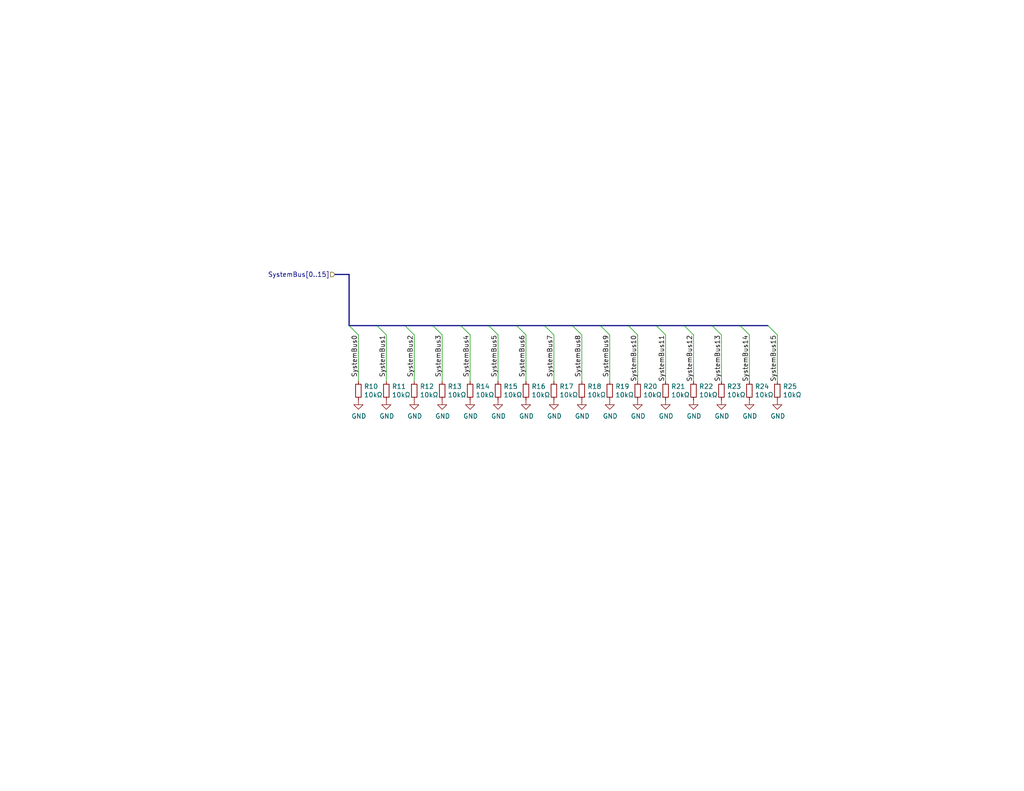
<source format=kicad_sch>
(kicad_sch (version 20211123) (generator eeschema)
  (paper "USLetter")
  (title_block (title "MEM: System Bus Pull-down Resistors") (date "2021-06-22") (rev "B (cb021f9a)") (comment 4 "The bus needs pull-down resistors since these lines may otherwise float.\rsometimes."))
  (lib_symbols
    (symbol "Device:R_Small" (pin_numbers hide) (pin_names (offset 0.254) hide)
      (property "Reference" "R" (at 0.762 0.508 0))
      (property "Value" "R_Small" (at 0.762 -1.016 0))
      (symbol "R_Small_0_1"
        (rectangle (start -0.762 1.778) (end 0.762 -1.778) (stroke (width 0.2032)))
      )
      (symbol "R_Small_1_1"
        (pin passive line (at 0 2.54 270) (length 0.762) (name "~") (number "1"))
        (pin passive line (at 0 -2.54 90) (length 0.762) (name "~") (number "2"))
      )
    )
    (symbol "power:GND" (power) (pin_names (offset 0))
      (property "Value" "GND" (at 0 -3.81 0))
      (symbol "GND_0_1"
        (polyline (pts (xy 0 0) (xy 0 -1.27) (xy 1.27 -1.27) (xy 0 -2.54) (xy -1.27 -1.27) (xy 0 -1.27)))
      )
      (symbol "GND_1_1"
        (pin power_in line (at 0 0 270) (length 0) hide (name "GND") (number "1"))
      )
    )
  )
  (bus_entry (at 105.41 91.44) (size -2.54 -2.54))
  (bus_entry (at 128.27 91.44) (size -2.54 -2.54))
  (bus_entry (at 181.61 91.44) (size -2.54 -2.54))
  (bus_entry (at 143.51 91.44) (size -2.54 -2.54))
  (bus_entry (at 158.75 91.44) (size -2.54 -2.54))
  (bus_entry (at 173.99 91.44) (size -2.54 -2.54))
  (bus_entry (at 204.47 91.44) (size -2.54 -2.54))
  (bus_entry (at 212.09 91.44) (size -2.54 -2.54))
  (bus_entry (at 135.89 91.44) (size -2.54 -2.54))
  (bus_entry (at 151.13 91.44) (size -2.54 -2.54))
  (bus_entry (at 113.03 91.44) (size -2.54 -2.54))
  (bus_entry (at 97.79 91.44) (size -2.54 -2.54))
  (bus_entry (at 196.85 91.44) (size -2.54 -2.54))
  (bus_entry (at 166.37 91.44) (size -2.54 -2.54))
  (bus_entry (at 120.65 91.44) (size -2.54 -2.54))
  (bus_entry (at 189.23 91.44) (size -2.54 -2.54))
  (bus (pts (xy 125.73 88.9) (xy 133.35 88.9)))
  (wire (pts (xy 204.47 91.44) (xy 204.47 104.14)))
  (bus (pts (xy 102.87 88.9) (xy 110.49 88.9)))
  (wire (pts (xy 135.89 91.44) (xy 135.89 104.14)))
  (bus (pts (xy 163.83 88.9) (xy 171.45 88.9)))
  (wire (pts (xy 105.41 91.44) (xy 105.41 104.14)))
  (wire (pts (xy 113.03 91.44) (xy 113.03 104.14)))
  (wire (pts (xy 189.23 91.44) (xy 189.23 104.14)))
  (wire (pts (xy 143.51 91.44) (xy 143.51 104.14)))
  (wire (pts (xy 97.79 91.44) (xy 97.79 104.14)))
  (wire (pts (xy 158.75 91.44) (xy 158.75 104.14)))
  (wire (pts (xy 128.27 91.44) (xy 128.27 104.14)))
  (wire (pts (xy 181.61 91.44) (xy 181.61 104.14)))
  (bus (pts (xy 179.07 88.9) (xy 186.69 88.9)))
  (bus (pts (xy 95.25 88.9) (xy 102.87 88.9)))
  (bus (pts (xy 110.49 88.9) (xy 118.11 88.9)))
  (bus (pts (xy 91.44 74.93) (xy 95.25 74.93)))
  (wire (pts (xy 196.85 91.44) (xy 196.85 104.14)))
  (bus (pts (xy 133.35 88.9) (xy 140.97 88.9)))
  (bus (pts (xy 118.11 88.9) (xy 125.73 88.9)))
  (bus (pts (xy 95.25 88.9) (xy 95.25 74.93)))
  (wire (pts (xy 151.13 91.44) (xy 151.13 104.14)))
  (bus (pts (xy 140.97 88.9) (xy 148.59 88.9)))
  (wire (pts (xy 120.65 91.44) (xy 120.65 104.14)))
  (bus (pts (xy 194.31 88.9) (xy 201.93 88.9)))
  (bus (pts (xy 148.59 88.9) (xy 156.21 88.9)))
  (wire (pts (xy 212.09 91.44) (xy 212.09 104.14)))
  (wire (pts (xy 166.37 91.44) (xy 166.37 104.14)))
  (bus (pts (xy 201.93 88.9) (xy 209.55 88.9)))
  (bus (pts (xy 171.45 88.9) (xy 179.07 88.9)))
  (wire (pts (xy 173.99 91.44) (xy 173.99 104.14)))
  (bus (pts (xy 186.69 88.9) (xy 194.31 88.9)))
  (bus (pts (xy 156.21 88.9) (xy 163.83 88.9)))
  (label "SystemBus14" (at 204.47 91.44 270))
  (label "SystemBus6" (at 143.51 91.44 270))
  (label "SystemBus0" (at 97.79 91.44 270))
  (label "SystemBus5" (at 135.89 91.44 270))
  (label "SystemBus3" (at 120.65 91.44 270))
  (label "SystemBus1" (at 105.41 91.44 270))
  (label "SystemBus8" (at 158.75 91.44 270))
  (label "SystemBus13" (at 196.85 91.44 270))
  (label "SystemBus15" (at 212.09 91.44 270))
  (label "SystemBus10" (at 173.99 91.44 270))
  (label "SystemBus4" (at 128.27 91.44 270))
  (label "SystemBus9" (at 166.37 91.44 270))
  (label "SystemBus12" (at 189.23 91.44 270))
  (label "SystemBus11" (at 181.61 91.44 270))
  (label "SystemBus2" (at 113.03 91.44 270))
  (label "SystemBus7" (at 151.13 91.44 270))
  (hierarchical_label "SystemBus[0..15]" (shape input) (at 91.44 74.93 180))
  (symbol (lib_id "power:GND") (at 189.23 109.22 0) (unit 1)
    (property "Reference" "#PWR0109" (effects hide))
    (property "Value" "GND" (at 189.357 113.6142 0))
  )
  (symbol (lib_id "power:GND") (at 196.85 109.22 0) (unit 1)
    (property "Reference" "#PWR0110" (effects hide))
    (property "Value" "GND" (at 196.977 113.6142 0))
  )
  (symbol (lib_id "power:GND") (at 204.47 109.22 0) (unit 1)
    (property "Reference" "#PWR0111" (effects hide))
    (property "Value" "GND" (at 204.597 113.6142 0))
  )
  (symbol (lib_id "power:GND") (at 212.09 109.22 0) (unit 1)
    (property "Reference" "#PWR0112" (effects hide))
    (property "Value" "GND" (at 212.217 113.6142 0))
  )
  (symbol (lib_id "power:GND") (at 158.75 109.22 0) (unit 1)
    (property "Reference" "#PWR0105" (effects hide))
    (property "Value" "GND" (at 158.877 113.6142 0))
  )
  (symbol (lib_id "power:GND") (at 166.37 109.22 0) (unit 1)
    (property "Reference" "#PWR0106" (effects hide))
    (property "Value" "GND" (at 166.497 113.6142 0))
  )
  (symbol (lib_id "power:GND") (at 173.99 109.22 0) (unit 1)
    (property "Reference" "#PWR0107" (effects hide))
    (property "Value" "GND" (at 174.117 113.6142 0))
  )
  (symbol (lib_id "power:GND") (at 181.61 109.22 0) (unit 1)
    (property "Reference" "#PWR0108" (effects hide))
    (property "Value" "GND" (at 181.737 113.6142 0))
  )
  (symbol (lib_id "Device:R_Small") (at 97.79 106.68 0) (unit 1)
    (property "Reference" "R10" (at 99.2886 105.5116 0) (effects (justify left)))
    (property "Value" "10kΩ" (at 99.2886 107.823 0) (effects (justify left)))
    (property "Footprint" "Resistor_SMD:R_0603_1608Metric_Pad0.98x0.95mm_HandSolder" (effects hide))
    (property "Mouser" "https://www.mouser.com/ProductDetail/652-CR0603FX-1002ELF" (effects hide))
  )
  (symbol (lib_id "power:GND") (at 128.27 109.22 0) (unit 1)
    (property "Reference" "#PWR0101" (effects hide))
    (property "Value" "GND" (at 128.397 113.6142 0))
  )
  (symbol (lib_id "power:GND") (at 135.89 109.22 0) (unit 1)
    (property "Reference" "#PWR0102" (effects hide))
    (property "Value" "GND" (at 136.017 113.6142 0))
  )
  (symbol (lib_id "power:GND") (at 143.51 109.22 0) (unit 1)
    (property "Reference" "#PWR0103" (effects hide))
    (property "Value" "GND" (at 143.637 113.6142 0))
  )
  (symbol (lib_id "power:GND") (at 151.13 109.22 0) (unit 1)
    (property "Reference" "#PWR0104" (effects hide))
    (property "Value" "GND" (at 151.257 113.6142 0))
  )
  (symbol (lib_id "power:GND") (at 97.79 109.22 0) (unit 1)
    (property "Reference" "#PWR097" (effects hide))
    (property "Value" "GND" (at 97.917 113.6142 0))
  )
  (symbol (lib_id "power:GND") (at 105.41 109.22 0) (unit 1)
    (property "Reference" "#PWR098" (effects hide))
    (property "Value" "GND" (at 105.537 113.6142 0))
  )
  (symbol (lib_id "power:GND") (at 113.03 109.22 0) (unit 1)
    (property "Reference" "#PWR099" (effects hide))
    (property "Value" "GND" (at 113.157 113.6142 0))
  )
  (symbol (lib_id "power:GND") (at 120.65 109.22 0) (unit 1)
    (property "Reference" "#PWR0100" (effects hide))
    (property "Value" "GND" (at 120.777 113.6142 0))
  )
  (symbol (lib_id "Device:R_Small") (at 105.41 106.68 0) (unit 1)
    (property "Reference" "R11" (at 106.9086 105.5116 0) (effects (justify left)))
    (property "Value" "10kΩ" (at 106.9086 107.823 0) (effects (justify left)))
    (property "Footprint" "Resistor_SMD:R_0603_1608Metric_Pad0.98x0.95mm_HandSolder" (effects hide))
    (property "Mouser" "https://www.mouser.com/ProductDetail/652-CR0603FX-1002ELF" (effects hide))
  )
  (symbol (lib_id "Device:R_Small") (at 113.03 106.68 0) (unit 1)
    (property "Reference" "R12" (at 114.5286 105.5116 0) (effects (justify left)))
    (property "Value" "10kΩ" (at 114.5286 107.823 0) (effects (justify left)))
    (property "Footprint" "Resistor_SMD:R_0603_1608Metric_Pad0.98x0.95mm_HandSolder" (effects hide))
    (property "Mouser" "https://www.mouser.com/ProductDetail/652-CR0603FX-1002ELF" (effects hide))
  )
  (symbol (lib_id "Device:R_Small") (at 120.65 106.68 0) (unit 1)
    (property "Reference" "R13" (at 122.1486 105.5116 0) (effects (justify left)))
    (property "Value" "10kΩ" (at 122.1486 107.823 0) (effects (justify left)))
    (property "Footprint" "Resistor_SMD:R_0603_1608Metric_Pad0.98x0.95mm_HandSolder" (effects hide))
    (property "Mouser" "https://www.mouser.com/ProductDetail/652-CR0603FX-1002ELF" (effects hide))
  )
  (symbol (lib_id "Device:R_Small") (at 128.27 106.68 0) (unit 1)
    (property "Reference" "R14" (at 129.7686 105.5116 0) (effects (justify left)))
    (property "Value" "10kΩ" (at 129.7686 107.823 0) (effects (justify left)))
    (property "Footprint" "Resistor_SMD:R_0603_1608Metric_Pad0.98x0.95mm_HandSolder" (effects hide))
    (property "Mouser" "https://www.mouser.com/ProductDetail/652-CR0603FX-1002ELF" (effects hide))
  )
  (symbol (lib_id "Device:R_Small") (at 135.89 106.68 0) (unit 1)
    (property "Reference" "R15" (at 137.3886 105.5116 0) (effects (justify left)))
    (property "Value" "10kΩ" (at 137.3886 107.823 0) (effects (justify left)))
    (property "Footprint" "Resistor_SMD:R_0603_1608Metric_Pad0.98x0.95mm_HandSolder" (effects hide))
    (property "Mouser" "https://www.mouser.com/ProductDetail/652-CR0603FX-1002ELF" (effects hide))
  )
  (symbol (lib_id "Device:R_Small") (at 143.51 106.68 0) (unit 1)
    (property "Reference" "R16" (at 145.0086 105.5116 0) (effects (justify left)))
    (property "Value" "10kΩ" (at 145.0086 107.823 0) (effects (justify left)))
    (property "Footprint" "Resistor_SMD:R_0603_1608Metric_Pad0.98x0.95mm_HandSolder" (effects hide))
    (property "Mouser" "https://www.mouser.com/ProductDetail/652-CR0603FX-1002ELF" (effects hide))
  )
  (symbol (lib_id "Device:R_Small") (at 151.13 106.68 0) (unit 1)
    (property "Reference" "R17" (at 152.6286 105.5116 0) (effects (justify left)))
    (property "Value" "10kΩ" (at 152.6286 107.823 0) (effects (justify left)))
    (property "Footprint" "Resistor_SMD:R_0603_1608Metric_Pad0.98x0.95mm_HandSolder" (effects hide))
    (property "Mouser" "https://www.mouser.com/ProductDetail/652-CR0603FX-1002ELF" (effects hide))
  )
  (symbol (lib_id "Device:R_Small") (at 158.75 106.68 0) (unit 1)
    (property "Reference" "R18" (at 160.2486 105.5116 0) (effects (justify left)))
    (property "Value" "10kΩ" (at 160.2486 107.823 0) (effects (justify left)))
    (property "Footprint" "Resistor_SMD:R_0603_1608Metric_Pad0.98x0.95mm_HandSolder" (effects hide))
    (property "Mouser" "https://www.mouser.com/ProductDetail/652-CR0603FX-1002ELF" (effects hide))
  )
  (symbol (lib_id "Device:R_Small") (at 166.37 106.68 0) (unit 1)
    (property "Reference" "R19" (at 167.8686 105.5116 0) (effects (justify left)))
    (property "Value" "10kΩ" (at 167.8686 107.823 0) (effects (justify left)))
    (property "Footprint" "Resistor_SMD:R_0603_1608Metric_Pad0.98x0.95mm_HandSolder" (effects hide))
    (property "Mouser" "https://www.mouser.com/ProductDetail/652-CR0603FX-1002ELF" (effects hide))
  )
  (symbol (lib_id "Device:R_Small") (at 173.99 106.68 0) (unit 1)
    (property "Reference" "R20" (at 175.4886 105.5116 0) (effects (justify left)))
    (property "Value" "10kΩ" (at 175.4886 107.823 0) (effects (justify left)))
    (property "Footprint" "Resistor_SMD:R_0603_1608Metric_Pad0.98x0.95mm_HandSolder" (effects hide))
    (property "Mouser" "https://www.mouser.com/ProductDetail/652-CR0603FX-1002ELF" (effects hide))
  )
  (symbol (lib_id "Device:R_Small") (at 181.61 106.68 0) (unit 1)
    (property "Reference" "R21" (at 183.1086 105.5116 0) (effects (justify left)))
    (property "Value" "10kΩ" (at 183.1086 107.823 0) (effects (justify left)))
    (property "Footprint" "Resistor_SMD:R_0603_1608Metric_Pad0.98x0.95mm_HandSolder" (effects hide))
    (property "Mouser" "https://www.mouser.com/ProductDetail/652-CR0603FX-1002ELF" (effects hide))
  )
  (symbol (lib_id "Device:R_Small") (at 189.23 106.68 0) (unit 1)
    (property "Reference" "R22" (at 190.7286 105.5116 0) (effects (justify left)))
    (property "Value" "10kΩ" (at 190.7286 107.823 0) (effects (justify left)))
    (property "Footprint" "Resistor_SMD:R_0603_1608Metric_Pad0.98x0.95mm_HandSolder" (effects hide))
    (property "Mouser" "https://www.mouser.com/ProductDetail/652-CR0603FX-1002ELF" (effects hide))
  )
  (symbol (lib_id "Device:R_Small") (at 196.85 106.68 0) (unit 1)
    (property "Reference" "R23" (at 198.3486 105.5116 0) (effects (justify left)))
    (property "Value" "10kΩ" (at 198.3486 107.823 0) (effects (justify left)))
    (property "Footprint" "Resistor_SMD:R_0603_1608Metric_Pad0.98x0.95mm_HandSolder" (effects hide))
    (property "Mouser" "https://www.mouser.com/ProductDetail/652-CR0603FX-1002ELF" (effects hide))
  )
  (symbol (lib_id "Device:R_Small") (at 204.47 106.68 0) (unit 1)
    (property "Reference" "R24" (at 205.9686 105.5116 0) (effects (justify left)))
    (property "Value" "10kΩ" (at 205.9686 107.823 0) (effects (justify left)))
    (property "Footprint" "Resistor_SMD:R_0603_1608Metric_Pad0.98x0.95mm_HandSolder" (effects hide))
    (property "Mouser" "https://www.mouser.com/ProductDetail/652-CR0603FX-1002ELF" (effects hide))
  )
  (symbol (lib_id "Device:R_Small") (at 212.09 106.68 0) (unit 1)
    (property "Reference" "R25" (at 213.5886 105.5116 0) (effects (justify left)))
    (property "Value" "10kΩ" (at 213.5886 107.823 0) (effects (justify left)))
    (property "Footprint" "Resistor_SMD:R_0603_1608Metric_Pad0.98x0.95mm_HandSolder" (effects hide))
    (property "Mouser" "https://www.mouser.com/ProductDetail/652-CR0603FX-1002ELF" (effects hide))
  )
)
</source>
